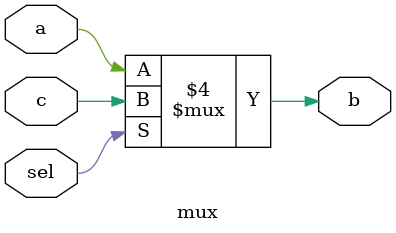
<source format=v>
module mux(input a,c,sel,
	output reg b);
always@(*) begin
	if(sel==0)
	begin
		b=a;
	end
	else 
	begin
		b=c;
	end
end
endmodule

</source>
